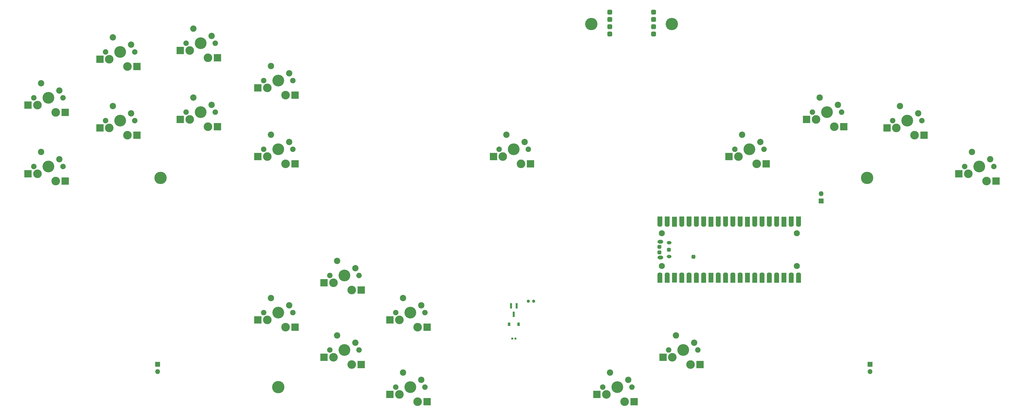
<source format=gbr>
%TF.GenerationSoftware,KiCad,Pcbnew,(6.0.0)*%
%TF.CreationDate,2022-09-18T23:58:15-04:00*%
%TF.ProjectId,SergioPico,53657267-696f-4506-9963-6f2e6b696361,rev?*%
%TF.SameCoordinates,Original*%
%TF.FileFunction,Soldermask,Top*%
%TF.FilePolarity,Negative*%
%FSLAX46Y46*%
G04 Gerber Fmt 4.6, Leading zero omitted, Abs format (unit mm)*
G04 Created by KiCad (PCBNEW (6.0.0)) date 2022-09-18 23:58:15*
%MOMM*%
%LPD*%
G01*
G04 APERTURE LIST*
G04 Aperture macros list*
%AMRoundRect*
0 Rectangle with rounded corners*
0 $1 Rounding radius*
0 $2 $3 $4 $5 $6 $7 $8 $9 X,Y pos of 4 corners*
0 Add a 4 corners polygon primitive as box body*
4,1,4,$2,$3,$4,$5,$6,$7,$8,$9,$2,$3,0*
0 Add four circle primitives for the rounded corners*
1,1,$1+$1,$2,$3*
1,1,$1+$1,$4,$5*
1,1,$1+$1,$6,$7*
1,1,$1+$1,$8,$9*
0 Add four rect primitives between the rounded corners*
20,1,$1+$1,$2,$3,$4,$5,0*
20,1,$1+$1,$4,$5,$6,$7,0*
20,1,$1+$1,$6,$7,$8,$9,0*
20,1,$1+$1,$8,$9,$2,$3,0*%
%AMFreePoly0*
4,1,17,-1.750000,0.850000,1.155000,0.850000,1.308997,0.829726,1.452500,0.770285,1.575729,0.675729,1.670285,0.552500,1.729726,0.408997,1.750000,0.255000,1.750000,-0.255000,1.729726,-0.408997,1.670285,-0.552500,1.575729,-0.675729,1.452500,-0.770285,1.308997,-0.829726,1.155000,-0.850000,-1.750000,-0.850000,-1.750000,0.850000,-1.750000,0.850000,$1*%
%AMFreePoly1*
4,1,17,-1.750000,0.255000,-1.729726,0.408997,-1.670285,0.552500,-1.575729,0.675729,-1.452500,0.770285,-1.308997,0.829726,-1.155000,0.850000,1.750000,0.850000,1.750000,-0.850000,-1.155000,-0.850000,-1.308997,-0.829726,-1.452500,-0.770285,-1.575729,-0.675729,-1.670285,-0.552500,-1.729726,-0.408997,-1.750000,-0.255000,-1.750000,0.255000,-1.750000,0.255000,$1*%
G04 Aperture macros list end*
%ADD10RoundRect,0.155000X-0.212500X-0.155000X0.212500X-0.155000X0.212500X0.155000X-0.212500X0.155000X0*%
%ADD11R,1.700000X1.700000*%
%ADD12O,1.700000X1.700000*%
%ADD13C,2.100000*%
%ADD14O,1.650000X1.200000*%
%ADD15O,2.000000X1.300000*%
%ADD16FreePoly0,90.000000*%
%ADD17R,1.700000X3.500000*%
%ADD18FreePoly1,90.000000*%
%ADD19RoundRect,0.255906X0.394094X-0.394094X0.394094X0.394094X-0.394094X0.394094X-0.394094X-0.394094X0*%
%ADD20C,4.300000*%
%ADD21R,0.900000X1.200000*%
%ADD22RoundRect,0.237500X0.250000X0.237500X-0.250000X0.237500X-0.250000X-0.237500X0.250000X-0.237500X0*%
%ADD23RoundRect,0.425000X-0.425000X-0.425000X0.425000X-0.425000X0.425000X0.425000X-0.425000X0.425000X0*%
%ADD24R,0.800000X1.900000*%
%ADD25C,3.000000*%
%ADD26C,4.100000*%
%ADD27C,1.900000*%
%ADD28C,2.200000*%
%ADD29R,2.550000X2.500000*%
G04 APERTURE END LIST*
D10*
%TO.C,C1*%
X199432500Y-151000000D03*
X200567500Y-151000000D03*
%TD*%
D11*
%TO.C,M2*%
X324000000Y-160000000D03*
D12*
X324000000Y-162540000D03*
%TD*%
D13*
%TO.C,U1*%
X251500000Y-125700000D03*
X298500000Y-114300000D03*
X298500000Y-125700000D03*
D14*
X254030000Y-122425000D03*
X254030000Y-117575000D03*
D15*
X251000000Y-117275000D03*
D13*
X251500000Y-114300000D03*
D15*
X251000000Y-122725000D03*
D16*
X250870000Y-129790000D03*
D12*
X250870000Y-128890000D03*
X253410000Y-128890000D03*
D16*
X253410000Y-129790000D03*
D17*
X255950000Y-129790000D03*
D11*
X255950000Y-128890000D03*
D16*
X258490000Y-129790000D03*
D12*
X258490000Y-128890000D03*
D16*
X261030000Y-129790000D03*
D12*
X261030000Y-128890000D03*
X263570000Y-128890000D03*
D16*
X263570000Y-129790000D03*
X266110000Y-129790000D03*
D12*
X266110000Y-128890000D03*
D17*
X268650000Y-129790000D03*
D11*
X268650000Y-128890000D03*
D16*
X271190000Y-129790000D03*
D12*
X271190000Y-128890000D03*
D16*
X273730000Y-129790000D03*
D12*
X273730000Y-128890000D03*
D16*
X276270000Y-129790000D03*
D12*
X276270000Y-128890000D03*
D16*
X278810000Y-129790000D03*
D12*
X278810000Y-128890000D03*
D11*
X281350000Y-128890000D03*
D17*
X281350000Y-129790000D03*
D12*
X283890000Y-128890000D03*
D16*
X283890000Y-129790000D03*
X286430000Y-129790000D03*
D12*
X286430000Y-128890000D03*
D16*
X288970000Y-129790000D03*
D12*
X288970000Y-128890000D03*
X291510000Y-128890000D03*
D16*
X291510000Y-129790000D03*
D11*
X294050000Y-128890000D03*
D17*
X294050000Y-129790000D03*
D16*
X296590000Y-129790000D03*
D12*
X296590000Y-128890000D03*
X299130000Y-128890000D03*
D16*
X299130000Y-129790000D03*
D12*
X299130000Y-111110000D03*
D18*
X299130000Y-110210000D03*
X296590000Y-110210000D03*
D12*
X296590000Y-111110000D03*
D11*
X294050000Y-111110000D03*
D17*
X294050000Y-110210000D03*
D18*
X291510000Y-110210000D03*
D12*
X291510000Y-111110000D03*
D18*
X288970000Y-110210000D03*
D12*
X288970000Y-111110000D03*
D18*
X286430000Y-110210000D03*
D12*
X286430000Y-111110000D03*
X283890000Y-111110000D03*
D18*
X283890000Y-110210000D03*
D17*
X281350000Y-110210000D03*
D11*
X281350000Y-111110000D03*
D12*
X278810000Y-111110000D03*
D18*
X278810000Y-110210000D03*
X276270000Y-110210000D03*
D12*
X276270000Y-111110000D03*
D18*
X273730000Y-110210000D03*
D12*
X273730000Y-111110000D03*
X271190000Y-111110000D03*
D18*
X271190000Y-110210000D03*
D17*
X268650000Y-110210000D03*
D11*
X268650000Y-111110000D03*
D12*
X266110000Y-111110000D03*
D18*
X266110000Y-110210000D03*
D12*
X263570000Y-111110000D03*
D18*
X263570000Y-110210000D03*
D12*
X261030000Y-111110000D03*
D18*
X261030000Y-110210000D03*
D12*
X258490000Y-111110000D03*
D18*
X258490000Y-110210000D03*
D17*
X255950000Y-110210000D03*
D11*
X255950000Y-111110000D03*
D18*
X253410000Y-110210000D03*
D12*
X253410000Y-111110000D03*
D18*
X250870000Y-110210000D03*
D12*
X250870000Y-111110000D03*
D19*
X254000000Y-120000000D03*
X250700000Y-119000000D03*
X250700000Y-121000000D03*
X262500000Y-122500000D03*
%TD*%
D20*
%TO.C,H1*%
X77000000Y-95000000D03*
%TD*%
D21*
%TO.C,D2*%
X198350000Y-146000000D03*
X201650000Y-146000000D03*
%TD*%
D20*
%TO.C,H2*%
X323000000Y-95000000D03*
%TD*%
D22*
%TO.C,R1*%
X206912500Y-138000000D03*
X205087500Y-138000000D03*
%TD*%
D20*
%TO.C,J1*%
X227000000Y-41300000D03*
X255000000Y-41300000D03*
D23*
X233380000Y-37170000D03*
X233380000Y-39710000D03*
X233380000Y-42250000D03*
X233380000Y-44790000D03*
X248620000Y-44790000D03*
X248620000Y-42250000D03*
X248620000Y-39710000D03*
X248620000Y-37170000D03*
%TD*%
D20*
%TO.C,H3*%
X118000000Y-168000000D03*
%TD*%
D24*
%TO.C,Q1*%
X200950000Y-139562500D03*
X199050000Y-139562500D03*
X200000000Y-142562500D03*
%TD*%
D11*
%TO.C,M1*%
X76000000Y-160000000D03*
D12*
X76000000Y-162540000D03*
%TD*%
D11*
%TO.C,SW21*%
X307000000Y-103000000D03*
D12*
X307000000Y-100460000D03*
%TD*%
D25*
%TO.C,SW2*%
X255190000Y-157540000D03*
D26*
X259000000Y-155000000D03*
D27*
X253920000Y-155000000D03*
X264080000Y-155000000D03*
D25*
X261540000Y-160080000D03*
D28*
X256460000Y-149920000D03*
D29*
X251915000Y-157540000D03*
X264842000Y-160080000D03*
D28*
X262810000Y-152460000D03*
%TD*%
D25*
%TO.C,SW20*%
X120540000Y-147080000D03*
D26*
X118000000Y-142000000D03*
D27*
X123080000Y-142000000D03*
X112920000Y-142000000D03*
D25*
X114190000Y-144540000D03*
D28*
X115460000Y-136920000D03*
D29*
X110915000Y-144540000D03*
X123842000Y-147080000D03*
D28*
X121810000Y-139460000D03*
%TD*%
D25*
%TO.C,SW18*%
X137190000Y-131540000D03*
D27*
X135920000Y-129000000D03*
D26*
X141000000Y-129000000D03*
D27*
X146080000Y-129000000D03*
D25*
X143540000Y-134080000D03*
D28*
X138460000Y-123920000D03*
D29*
X133915000Y-131540000D03*
D28*
X144810000Y-126460000D03*
D29*
X146842000Y-134080000D03*
%TD*%
D25*
%TO.C,SW10*%
X284540000Y-90080000D03*
D26*
X282000000Y-85000000D03*
D25*
X278190000Y-87540000D03*
D27*
X287080000Y-85000000D03*
X276920000Y-85000000D03*
D29*
X274915000Y-87540000D03*
D28*
X279460000Y-79920000D03*
D29*
X287842000Y-90080000D03*
D28*
X285810000Y-82460000D03*
%TD*%
D27*
%TO.C,SW3*%
X331920000Y-75000000D03*
D26*
X337000000Y-75000000D03*
D25*
X339540000Y-80080000D03*
D27*
X342080000Y-75000000D03*
D25*
X333190000Y-77540000D03*
D29*
X329915000Y-77540000D03*
D28*
X334460000Y-69920000D03*
D29*
X342842000Y-80080000D03*
D28*
X340810000Y-72460000D03*
%TD*%
D25*
%TO.C,SW15*%
X65540000Y-56080000D03*
D26*
X63000000Y-51000000D03*
D27*
X68080000Y-51000000D03*
X57920000Y-51000000D03*
D25*
X59190000Y-53540000D03*
D28*
X60460000Y-45920000D03*
D29*
X55915000Y-53540000D03*
D28*
X66810000Y-48460000D03*
D29*
X68842000Y-56080000D03*
%TD*%
D26*
%TO.C,SW4*%
X118000000Y-61000000D03*
D27*
X123080000Y-61000000D03*
X112920000Y-61000000D03*
D25*
X114190000Y-63540000D03*
X120540000Y-66080000D03*
D29*
X110915000Y-63540000D03*
D28*
X115460000Y-55920000D03*
D29*
X123842000Y-66080000D03*
D28*
X121810000Y-58460000D03*
%TD*%
D27*
%TO.C,SW19*%
X146080000Y-155000000D03*
D26*
X141000000Y-155000000D03*
D25*
X137190000Y-157540000D03*
X143540000Y-160080000D03*
D27*
X135920000Y-155000000D03*
D29*
X133915000Y-157540000D03*
D28*
X138460000Y-149920000D03*
X144810000Y-152460000D03*
D29*
X146842000Y-160080000D03*
%TD*%
D25*
%TO.C,SW5*%
X114190000Y-87540000D03*
D27*
X123080000Y-85000000D03*
D25*
X120540000Y-90080000D03*
D27*
X112920000Y-85000000D03*
D26*
X118000000Y-85000000D03*
D29*
X110915000Y-87540000D03*
D28*
X115460000Y-79920000D03*
X121810000Y-82460000D03*
D29*
X123842000Y-90080000D03*
%TD*%
D26*
%TO.C,SW11*%
X63000000Y-75000000D03*
D25*
X65540000Y-80080000D03*
D27*
X57920000Y-75000000D03*
D25*
X59190000Y-77540000D03*
D27*
X68080000Y-75000000D03*
D28*
X60460000Y-69920000D03*
D29*
X55915000Y-77540000D03*
D28*
X66810000Y-72460000D03*
D29*
X68842000Y-80080000D03*
%TD*%
D25*
%TO.C,SW1*%
X358190000Y-93540000D03*
D27*
X356920000Y-91000000D03*
X367080000Y-91000000D03*
D26*
X362000000Y-91000000D03*
D25*
X364540000Y-96080000D03*
D29*
X354915000Y-93540000D03*
D28*
X359460000Y-85920000D03*
D29*
X367842000Y-96080000D03*
D28*
X365810000Y-88460000D03*
%TD*%
D25*
%TO.C,SW13*%
X40540000Y-72080000D03*
D27*
X32920000Y-67000000D03*
X43080000Y-67000000D03*
D25*
X34190000Y-69540000D03*
D26*
X38000000Y-67000000D03*
D29*
X30915000Y-69540000D03*
D28*
X35460000Y-61920000D03*
D29*
X43842000Y-72080000D03*
D28*
X41810000Y-64460000D03*
%TD*%
D27*
%TO.C,SW12*%
X194920000Y-85000000D03*
X205080000Y-85000000D03*
D25*
X196190000Y-87540000D03*
X202540000Y-90080000D03*
D26*
X200000000Y-85000000D03*
D29*
X192915000Y-87540000D03*
D28*
X197460000Y-79920000D03*
X203810000Y-82460000D03*
D29*
X205842000Y-90080000D03*
%TD*%
D26*
%TO.C,SW9*%
X91000000Y-72000000D03*
D27*
X96080000Y-72000000D03*
D25*
X87190000Y-74540000D03*
X93540000Y-77080000D03*
D27*
X85920000Y-72000000D03*
D29*
X83915000Y-74540000D03*
D28*
X88460000Y-66920000D03*
D29*
X96842000Y-77080000D03*
D28*
X94810000Y-69460000D03*
%TD*%
D25*
%TO.C,SW6*%
X238540000Y-173080000D03*
X232190000Y-170540000D03*
D26*
X236000000Y-168000000D03*
D27*
X241080000Y-168000000D03*
X230920000Y-168000000D03*
D29*
X228915000Y-170540000D03*
D28*
X233460000Y-162920000D03*
D29*
X241842000Y-173080000D03*
D28*
X239810000Y-165460000D03*
%TD*%
D26*
%TO.C,SW17*%
X164000000Y-168000000D03*
D25*
X160190000Y-170540000D03*
X166540000Y-173080000D03*
D27*
X158920000Y-168000000D03*
X169080000Y-168000000D03*
D29*
X156915000Y-170540000D03*
D28*
X161460000Y-162920000D03*
D29*
X169842000Y-173080000D03*
D28*
X167810000Y-165460000D03*
%TD*%
D27*
%TO.C,SW8*%
X96080000Y-48000000D03*
X85920000Y-48000000D03*
D25*
X93540000Y-53080000D03*
D26*
X91000000Y-48000000D03*
D25*
X87190000Y-50540000D03*
D29*
X83915000Y-50540000D03*
D28*
X88460000Y-42920000D03*
X94810000Y-45460000D03*
D29*
X96842000Y-53080000D03*
%TD*%
D26*
%TO.C,SW16*%
X164000000Y-142000000D03*
D25*
X160190000Y-144540000D03*
X166540000Y-147080000D03*
D27*
X158920000Y-142000000D03*
X169080000Y-142000000D03*
D28*
X161460000Y-136920000D03*
D29*
X156915000Y-144540000D03*
X169842000Y-147080000D03*
D28*
X167810000Y-139460000D03*
%TD*%
D25*
%TO.C,SW7*%
X305190000Y-74540000D03*
D26*
X309000000Y-72000000D03*
D27*
X314080000Y-72000000D03*
D25*
X311540000Y-77080000D03*
D27*
X303920000Y-72000000D03*
D29*
X301915000Y-74540000D03*
D28*
X306460000Y-66920000D03*
X312810000Y-69460000D03*
D29*
X314842000Y-77080000D03*
%TD*%
D26*
%TO.C,SW14*%
X38000000Y-91000000D03*
D27*
X43080000Y-91000000D03*
X32920000Y-91000000D03*
D25*
X34190000Y-93540000D03*
X40540000Y-96080000D03*
D29*
X30915000Y-93540000D03*
D28*
X35460000Y-85920000D03*
D29*
X43842000Y-96080000D03*
D28*
X41810000Y-88460000D03*
%TD*%
M02*

</source>
